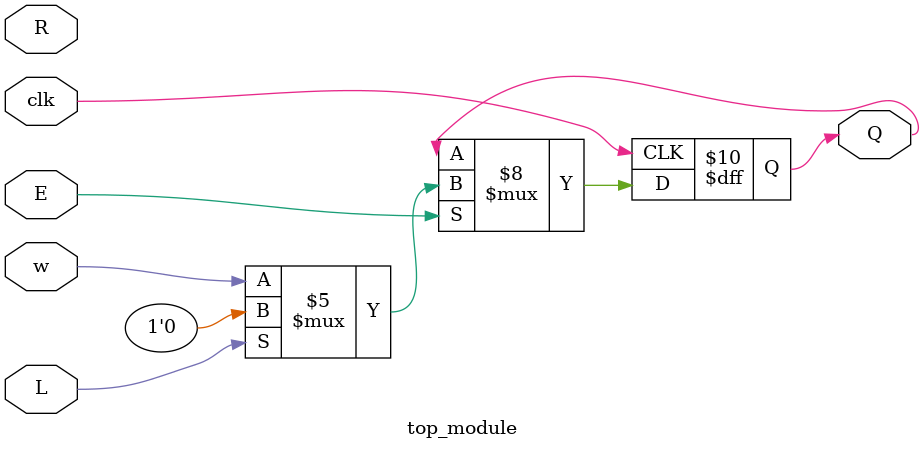
<source format=sv>
module top_module (
  input clk,
  input w,
  input R,
  input E,
  input L,
  output reg Q
);

  always @(posedge clk) begin
    if (E == 1'b0) begin
      Q <= Q; // Hold current state
    end else begin
      if (L == 1'b1) begin
        Q <= 1'b0; // Update with R
      end else begin
        Q <= w; // Update with w
      end
    end
  end

endmodule

</source>
